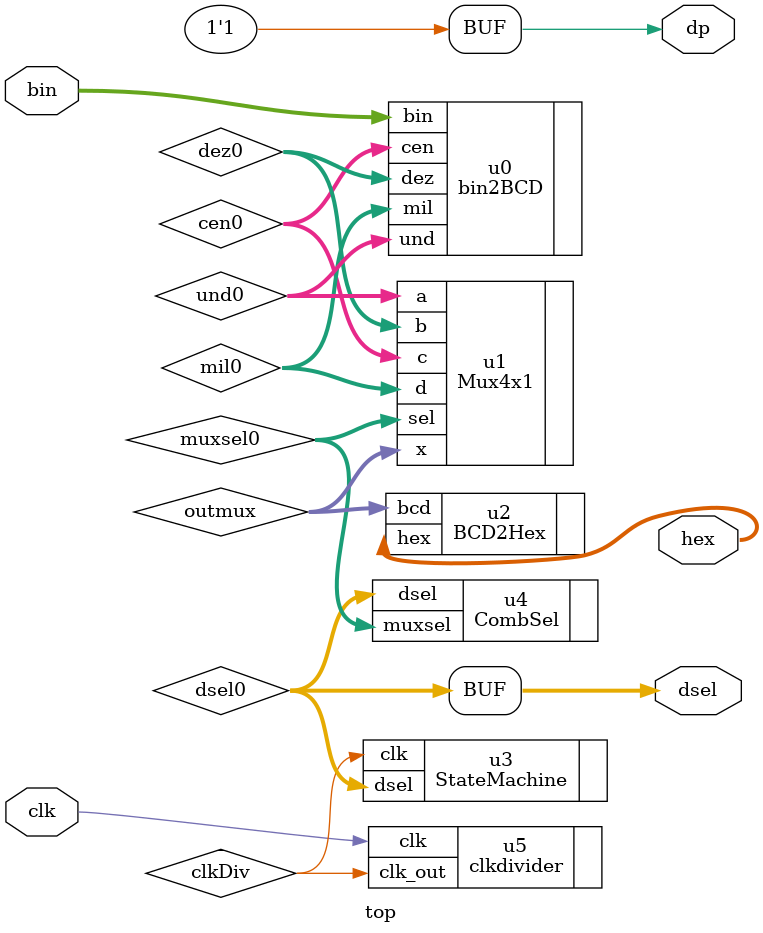
<source format=v>
module top (
	 input [13:0] bin,
	 input clk,
	 output [6:0] hex,
	 output dp,
     output [3:0] dsel
    );	
	wire [3:0] mil0, cen0, dez0, und0, outmux;
	wire [3:0] dsel0;
	wire [1:0] muxsel0;
	wire clkDiv;
	
	bin2BCD u0(.bin(bin),.mil(mil0), .cen(cen0), .dez(dez0), .und(und0));
	Mux4x1 u1(.a(und0), .b(dez0), .c(cen0), .d(mil0), .sel(muxsel0), .x(outmux));
	BCD2Hex u2(.bcd(outmux), .hex(hex));
	StateMachine u3(.clk(clkDiv), .dsel(dsel0));
	CombSel u4(.dsel(dsel0), .muxsel(muxsel0));
	clkdivider u5 (.clk(clk), .clk_out(clkDiv));	
	assign dsel = dsel0;
	assign dp = 1'b1;      //Ponto Decimal desligado
endmodule

</source>
